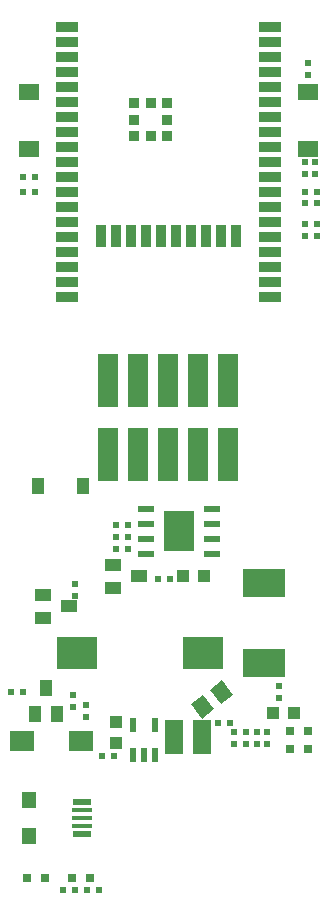
<source format=gbr>
G04 #@! TF.GenerationSoftware,KiCad,Pcbnew,5.1.6-c6e7f7d~87~ubuntu18.04.1*
G04 #@! TF.CreationDate,2022-06-10T14:43:55+03:00*
G04 #@! TF.ProjectId,ESP32-PoE_Rev_J,45535033-322d-4506-9f45-5f5265765f4a,J*
G04 #@! TF.SameCoordinates,Original*
G04 #@! TF.FileFunction,Paste,Top*
G04 #@! TF.FilePolarity,Positive*
%FSLAX46Y46*%
G04 Gerber Fmt 4.6, Leading zero omitted, Abs format (unit mm)*
G04 Created by KiCad (PCBNEW 5.1.6-c6e7f7d~87~ubuntu18.04.1) date 2022-06-10 14:43:55*
%MOMM*%
%LPD*%
G01*
G04 APERTURE LIST*
%ADD10R,1.754000X1.327000*%
%ADD11R,0.550000X1.200000*%
%ADD12C,0.100000*%
%ADD13R,1.600000X3.000000*%
%ADD14R,0.500000X0.550000*%
%ADD15R,1.016000X1.016000*%
%ADD16R,0.800000X0.800000*%
%ADD17R,0.550000X0.500000*%
%ADD18R,3.400000X2.700000*%
%ADD19R,3.600000X2.400000*%
%ADD20R,2.000000X1.700000*%
%ADD21R,1.650000X0.500000*%
%ADD22R,1.721120X0.396120*%
%ADD23R,1.254000X1.354000*%
%ADD24R,1.000000X1.400000*%
%ADD25R,1.400000X1.000000*%
%ADD26R,2.600000X3.500000*%
%ADD27R,1.400000X0.600000*%
%ADD28R,0.900000X0.900000*%
%ADD29R,1.901600X0.901600*%
%ADD30R,0.901600X1.901600*%
G04 APERTURE END LIST*
D10*
X115959000Y-96797000D03*
X115959000Y-101577000D03*
X92321000Y-96797000D03*
X92321000Y-101577000D03*
D11*
X101158000Y-152938000D03*
X102108000Y-152938000D03*
X103058000Y-152938000D03*
X101158000Y-150338000D03*
X103058000Y-150338000D03*
D12*
G36*
X109631759Y-147802495D02*
G01*
X108630985Y-148584385D01*
X107692717Y-147383457D01*
X108693491Y-146601567D01*
X109631759Y-147802495D01*
G37*
G36*
X108030521Y-149053519D02*
G01*
X107029747Y-149835409D01*
X106091479Y-148634481D01*
X107092253Y-147852591D01*
X108030521Y-149053519D01*
G37*
D13*
X104591000Y-151384000D03*
X106991000Y-151384000D03*
D14*
X109347000Y-150241000D03*
X108331000Y-150241000D03*
D15*
X99695000Y-151892000D03*
X99695000Y-150114000D03*
D14*
X91821000Y-147574000D03*
X90805000Y-147574000D03*
X92837000Y-105283000D03*
X91821000Y-105283000D03*
D16*
X115951000Y-150876000D03*
X114427000Y-150876000D03*
X115951000Y-152400000D03*
X114427000Y-152400000D03*
D14*
X116713000Y-107950000D03*
X115697000Y-107950000D03*
X115697000Y-108966000D03*
X116713000Y-108966000D03*
X115697000Y-105283000D03*
X116713000Y-105283000D03*
X115697000Y-106172000D03*
X116713000Y-106172000D03*
X98552000Y-153035000D03*
X99568000Y-153035000D03*
D17*
X97155000Y-149733000D03*
X97155000Y-148717000D03*
X113538000Y-147066000D03*
X113538000Y-148082000D03*
D14*
X96266000Y-164338000D03*
X95250000Y-164338000D03*
D17*
X111633000Y-152019000D03*
X111633000Y-151003000D03*
X112522000Y-152019000D03*
X112522000Y-151003000D03*
X109728000Y-152019000D03*
X109728000Y-151003000D03*
X110744000Y-152019000D03*
X110744000Y-151003000D03*
D14*
X97282000Y-164338000D03*
X98298000Y-164338000D03*
D17*
X96266000Y-139446000D03*
X96266000Y-138430000D03*
X96075500Y-147828000D03*
X96075500Y-148844000D03*
D18*
X96377000Y-144272000D03*
X107077000Y-144272000D03*
D19*
X112217200Y-138332000D03*
X112217200Y-145132000D03*
D20*
X96734000Y-151765000D03*
X91734000Y-151765000D03*
D16*
X93726000Y-163322000D03*
X92202000Y-163322000D03*
D15*
X113030000Y-149352000D03*
X114808000Y-149352000D03*
D16*
X97536000Y-163322000D03*
X96012000Y-163322000D03*
D21*
X96876000Y-156854500D03*
D22*
X96876000Y-157592000D03*
X96876000Y-158242000D03*
X96876000Y-158892000D03*
D21*
X96876000Y-159629500D03*
D23*
X92326000Y-156742000D03*
X92326000Y-159742000D03*
D24*
X92839540Y-149479000D03*
X94742000Y-149479000D03*
X93786960Y-147269200D03*
D25*
X99476560Y-136845040D03*
X99476560Y-138747500D03*
X101686360Y-137792460D03*
D17*
X115951000Y-94361000D03*
X115951000Y-95377000D03*
X115697000Y-103759000D03*
X115697000Y-102743000D03*
X116586000Y-102743000D03*
X116586000Y-103759000D03*
D25*
X95715000Y-140335000D03*
X93515000Y-141285000D03*
X93515000Y-139385000D03*
D12*
G36*
X98210000Y-129733000D02*
G01*
X98210000Y-125183000D01*
X99910000Y-125183000D01*
X99910000Y-129733000D01*
X98210000Y-129733000D01*
G37*
G36*
X100750000Y-129733000D02*
G01*
X100750000Y-125183000D01*
X102450000Y-125183000D01*
X102450000Y-129733000D01*
X100750000Y-129733000D01*
G37*
G36*
X103290000Y-129733000D02*
G01*
X103290000Y-125183000D01*
X104990000Y-125183000D01*
X104990000Y-129733000D01*
X103290000Y-129733000D01*
G37*
G36*
X105830000Y-129733000D02*
G01*
X105830000Y-125183000D01*
X107530000Y-125183000D01*
X107530000Y-129733000D01*
X105830000Y-129733000D01*
G37*
G36*
X108370000Y-129733000D02*
G01*
X108370000Y-125183000D01*
X110070000Y-125183000D01*
X110070000Y-129733000D01*
X108370000Y-129733000D01*
G37*
G36*
X108370000Y-123483000D02*
G01*
X108370000Y-118933000D01*
X110070000Y-118933000D01*
X110070000Y-123483000D01*
X108370000Y-123483000D01*
G37*
G36*
X105830000Y-123483000D02*
G01*
X105830000Y-118933000D01*
X107530000Y-118933000D01*
X107530000Y-123483000D01*
X105830000Y-123483000D01*
G37*
G36*
X98210000Y-123483000D02*
G01*
X98210000Y-118933000D01*
X99910000Y-118933000D01*
X99910000Y-123483000D01*
X98210000Y-123483000D01*
G37*
G36*
X100750000Y-123483000D02*
G01*
X100750000Y-118933000D01*
X102450000Y-118933000D01*
X102450000Y-123483000D01*
X100750000Y-123483000D01*
G37*
G36*
X103290000Y-123483000D02*
G01*
X103290000Y-118933000D01*
X104990000Y-118933000D01*
X104990000Y-123483000D01*
X103290000Y-123483000D01*
G37*
D14*
X92837000Y-104013000D03*
X91821000Y-104013000D03*
X99695000Y-134493000D03*
X100711000Y-134493000D03*
X103251000Y-138049000D03*
X104267000Y-138049000D03*
X99695000Y-133477000D03*
X100711000Y-133477000D03*
X99695000Y-135509000D03*
X100711000Y-135509000D03*
D26*
X105029000Y-133985000D03*
D27*
X102229000Y-135890000D03*
X102229000Y-134620000D03*
X102229000Y-133350000D03*
X102229000Y-132080000D03*
X107829000Y-132080000D03*
X107829000Y-133350000D03*
X107829000Y-134620000D03*
X107829000Y-135890000D03*
D24*
X93096000Y-130175000D03*
X96896000Y-130175000D03*
D15*
X107188000Y-137795000D03*
X105410000Y-137795000D03*
D28*
X104040000Y-100508000D03*
X104040000Y-97708000D03*
X101240000Y-100508000D03*
D29*
X112740000Y-112898000D03*
X112740000Y-111628000D03*
X112740000Y-110358000D03*
X112740000Y-109088000D03*
X112740000Y-114168000D03*
X95540000Y-114168000D03*
X95540000Y-109088000D03*
X95540000Y-110358000D03*
X95540000Y-111628000D03*
X95540000Y-112898000D03*
D28*
X102640000Y-97708000D03*
D29*
X95540000Y-91308000D03*
X95540000Y-92578000D03*
X95540000Y-93848000D03*
X95540000Y-95118000D03*
X95540000Y-96388000D03*
X95540000Y-97658000D03*
X95540000Y-98928000D03*
X95540000Y-100198000D03*
X95540000Y-101468000D03*
X95540000Y-102738000D03*
X95540000Y-104008000D03*
X95540000Y-105278000D03*
X95540000Y-106548000D03*
X95540000Y-107818000D03*
D30*
X98425000Y-108968000D03*
X99695000Y-108968000D03*
X100965000Y-108968000D03*
X102235000Y-108968000D03*
X103505000Y-108968000D03*
X104775000Y-108968000D03*
X106045000Y-108968000D03*
X107315000Y-108968000D03*
X108585000Y-108968000D03*
X109855000Y-108968000D03*
D29*
X112740000Y-107818000D03*
X112740000Y-106548000D03*
X112740000Y-105278000D03*
X112740000Y-104008000D03*
X112740000Y-102738000D03*
X112740000Y-101468000D03*
X112740000Y-100198000D03*
X112740000Y-98928000D03*
X112740000Y-97658000D03*
X112740000Y-96388000D03*
X112740000Y-95118000D03*
X112740000Y-93848000D03*
X112740000Y-92578000D03*
X112740000Y-91308000D03*
D28*
X101240000Y-97708000D03*
X102640000Y-100508000D03*
X101240000Y-99108000D03*
X104040000Y-99108000D03*
M02*

</source>
